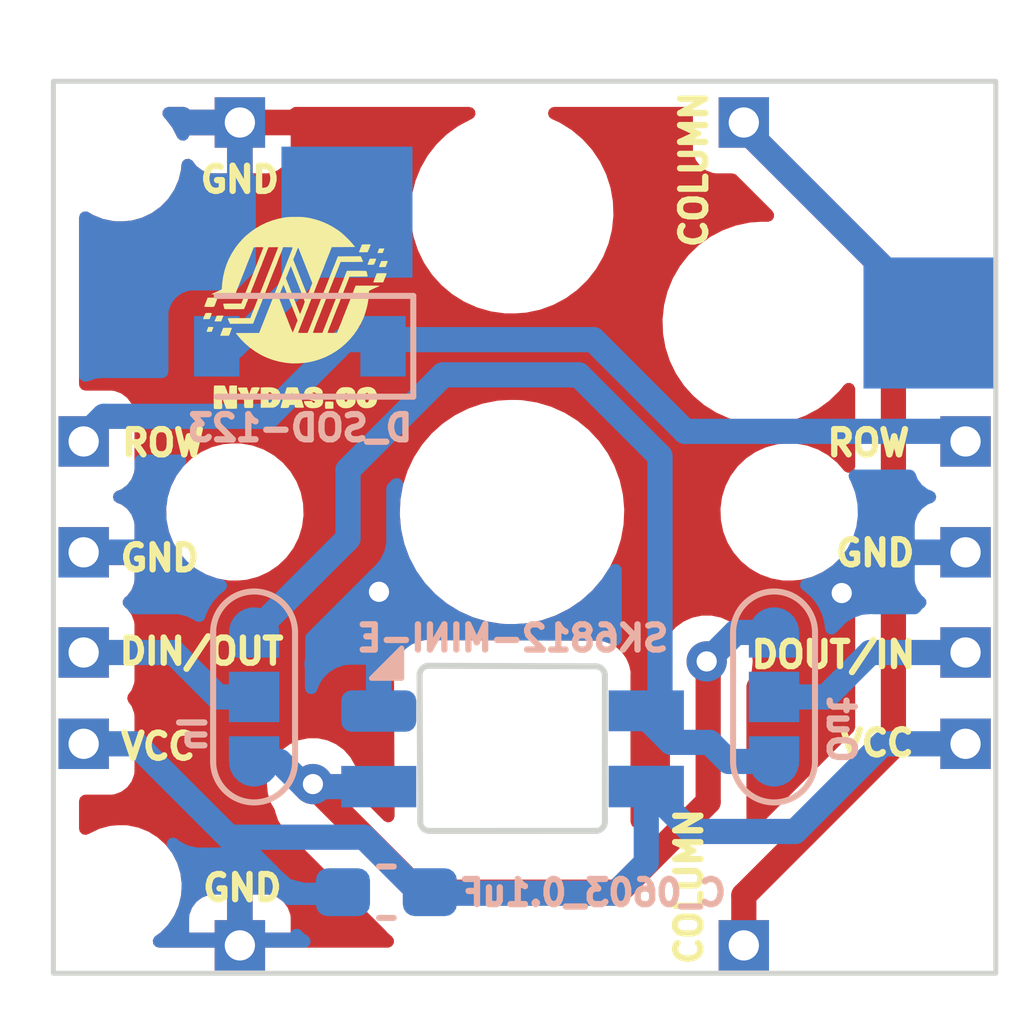
<source format=kicad_pcb>
(kicad_pcb (version 20211014) (generator pcbnew)
  (layers (0 "F.Cu" signal) (31 "B.Cu" signal) (34 "B.Paste" user) (35 "F.Paste" user) (36 "B.SilkS" user "B.Silkscreen") (37 "F.SilkS" user "F.Silkscreen") (38 "B.Mask" user) (39 "F.Mask" user) (44 "Edge.Cuts" user))
  (net 0 "")
  (net 1 "column_1")
  (net 2 "row_1")
  (net 3 "row_2")
  (net 4 "GND")
  (net 5 "VCC")
  (net 6 "DIN")
  (net 7 "DOUT")
  (net 8 "DOUT1")
  (net 9 "DIN1")
  (footprint "" (layer "F.Cu") (at 33.636107 28.149779)
    (fp_text reference "" (at 0 0) (layer "F.SilkS") (effects (font (size 1.27 1.27))))
    (fp_text value "" (at 0 0) (layer "F.SilkS") (effects (font (size 1.27 1.27))))
    (pad "1" thru_hole rect (at 0.763893 0.038068) (size 1 1) (drill 0.6) (layers *.Cu *.Mask) (net 8 "DOUT1"))
  )
  (footprint "Giri-Kailh-Choc-Library:MountingHole_1.2mm_M1" (layer "F.Cu") (at 33.450508 18.422892)
    (fp_text reference "H3" hide)
    (fp_text value "MountingHole" hide)
    (pad "" np_thru_hole circle (at 0 0) (size 1.4 1.4) (drill 1.4) (layers F&B.Cu *.Mask))
  )
  (footprint "Giri-Kailh-Choc-Library:MountingHole_1.2mm_M1" (layer "F.Cu") (at 33.450508 32.824487)
    (fp_text reference "H3" hide)
    (fp_text value "MountingHole" hide)
    (pad "" np_thru_hole circle (at 0 0) (size 1.4 1.4) (drill 1.4) (layers F&B.Cu *.Mask))
  )
  (footprint "" (layer "F.Cu") (at 30.206577 17.675453)
    (fp_text reference "" (at 0 0) (layer "F.SilkS") (effects (font (size 1.27 1.27))))
    (fp_text value "" (at 0 0) (layer "F.SilkS") (effects (font (size 1.27 1.27))))
    (pad "2" thru_hole rect (at -0.206577 -0.004503 90) (size 1 1) (drill 0.6) (layers *.Cu *.Mask) (net 1 "column_1"))
  )
  (footprint "" (layer "F.Cu") (at 17.137431 30)
    (fp_text reference "" (at 0 0) (layer "F.SilkS") (effects (font (size 1.27 1.27))))
    (fp_text value "" (at 0 0) (layer "F.SilkS") (effects (font (size 1.27 1.27))))
    (pad "1" thru_hole rect (at -0.237431 0) (size 1 1) (drill 0.6) (layers *.Cu *.Mask) (net 5 "VCC"))
  )
  (footprint "" (layer "F.Cu") (at 20.065901 17.612363)
    (fp_text reference "" (at 0 0) (layer "F.SilkS") (effects (font (size 1.27 1.27))))
    (fp_text value "" (at 0 0) (layer "F.SilkS") (effects (font (size 1.27 1.27))))
    (pad "1" thru_hole rect (at -0.065901 0.058587) (size 1 1) (drill 0.6) (layers *.Cu *.Mask) (net 4 "GND"))
  )
  (footprint "" (layer "F.Cu") (at 20.065901 33.02)
    (fp_text reference "" (at 0 0) (layer "F.SilkS") (effects (font (size 1.27 1.27))))
    (fp_text value "" (at 0 0) (layer "F.SilkS") (effects (font (size 1.27 1.27))))
    (pad "1" thru_hole rect (at -0.065901 0.98) (size 1 1) (drill 0.6) (layers *.Cu *.Mask) (net 4 "GND"))
  )
  (footprint "" (layer "F.Cu") (at 33.449775 29.946301)
    (fp_text reference "" (at 0 0) (layer "F.SilkS") (effects (font (size 1.27 1.27))))
    (fp_text value "" (at 0 0) (layer "F.SilkS") (effects (font (size 1.27 1.27))))
    (pad "1" thru_hole rect (at 0.950225 0.053699) (size 1 1) (drill 0.6) (layers *.Cu *.Mask) (net 5 "VCC"))
  )
  (footprint "LOGO" (layer "F.Cu") (at 21.089681 21.4544)
    (fp_text reference "G***" hide)
    (fp_text value "LOGO" hide)
  )
  (footprint "" (layer "F.Cu") (at 17.78 26.67)
    (fp_text reference "" (at 0 0) (layer "F.SilkS") (effects (font (size 1.27 1.27))))
    (fp_text value "" (at 0 0) (layer "F.SilkS") (effects (font (size 1.27 1.27))))
    (pad "1" thru_hole rect (at -0.88 -0.47) (size 1 1) (drill 0.6) (layers *.Cu *.Mask) (net 4 "GND"))
  )
  (footprint "" (layer "F.Cu") (at 33.02 26.67)
    (fp_text reference "" (at 0 0) (layer "F.SilkS") (effects (font (size 1.27 1.27))))
    (fp_text value "" (at 0 0) (layer "F.SilkS") (effects (font (size 1.27 1.27))))
    (pad "1" thru_hole rect (at 1.38 -0.47) (size 1 1) (drill 0.6) (layers *.Cu *.Mask) (net 4 "GND"))
  )
  (footprint "Giri-Kailh-Choc-Library:MountingHole_1.2mm_M1" (layer "F.Cu") (at 17.633627 32.824487)
    (fp_text reference "H3" hide)
    (fp_text value "MountingHole" hide)
    (pad "" np_thru_hole circle (at 0 0) (size 1.4 1.4) (drill 1.4) (layers F&B.Cu *.Mask))
  )
  (footprint "" (layer "F.Cu") (at 29.645456 33.365309)
    (fp_text reference "" (at 0 0) (layer "F.SilkS") (effects (font (size 1.27 1.27))))
    (fp_text value "" (at 0 0) (layer "F.SilkS") (effects (font (size 1.27 1.27))))
    (pad "1" thru_hole rect (at 0.354544 0.634691 90) (size 1 1) (drill 0.6) (layers *.Cu *.Mask) (net 1 "column_1"))
  )
  (footprint "" (layer "F.Cu") (at 17.538612 24.217203 -90)
    (fp_text reference "" (at 0 0 90) (layer "F.SilkS") (effects (font (size 1.27 1.27))))
    (fp_text value "" (at 0 0 90) (layer "F.SilkS") (effects (font (size 1.27 1.27))))
    (pad "1" thru_hole rect (at -0.217203 0.638612) (size 1 1) (drill 0.6) (layers *.Cu *.Mask) (net 3 "row_2"))
  )
  (footprint "" (layer "F.Cu") (at 33.575056 24.154031)
    (fp_text reference "" (at 0 0) (layer "F.SilkS") (effects (font (size 1.27 1.27))))
    (fp_text value "" (at 0 0) (layer "F.SilkS") (effects (font (size 1.27 1.27))))
    (pad "1" thru_hole rect (at 0.824944 -0.154031) (size 1 1) (drill 0.6) (layers *.Cu *.Mask) (net 3 "row_2"))
  )
  (footprint "Giri-Kailh-Choc-Library:MountingHole_1.2mm_M1" (layer "F.Cu") (at 17.633627 18.422892)
    (fp_text reference "H3" hide)
    (fp_text value "MountingHole" hide)
    (pad "" np_thru_hole circle (at 0 0) (size 1.4 1.4) (drill 1.4) (layers F&B.Cu *.Mask))
  )
  (footprint "PG1350" (layer "F.Cu") (at 25.4 25.4)
    (fp_text reference "S18" hide)
    (fp_text value "" hide)
    (pad "" np_thru_hole circle (at 5.5 0) (size 1.7018 1.7018) (drill 1.7018) (layers *.Cu *.Mask))
    (pad "" np_thru_hole circle (at -5.5 0) (size 1.7018 1.7018) (drill 1.7018) (layers *.Cu *.Mask))
    (pad "" np_thru_hole circle (at 0 0) (size 3.429 3.429) (drill 3.429) (layers *.Cu *.Mask))
    (pad "" np_thru_hole circle (at 5 -3.75) (size 3 3) (drill 3) (layers *.Cu *.Mask))
    (pad "" np_thru_hole circle (at 0 -5.95) (size 3 3) (drill 3) (layers *.Cu *.Mask))
    (pad "1" smd rect (at -3.275 -5.95) (size 2.6 2.6) (layers "B.Cu" "B.Paste" "B.Mask") (net 2 "row_1"))
    (pad "2" smd rect (at 8.275 -3.75) (size 2.6 2.6) (layers "B.Cu" "B.Paste" "B.Mask") (net 1 "column_1"))
  )
  (footprint "" (layer "F.Cu") (at 17.228624 28.187847)
    (fp_text reference "" (at 0 0) (layer "F.SilkS") (effects (font (size 1.27 1.27))))
    (fp_text value "" (at 0 0) (layer "F.SilkS") (effects (font (size 1.27 1.27))))
    (pad "1" thru_hole rect (at -0.328624 0) (size 1 1) (drill 0.6) (layers *.Cu *.Mask) (net 9 "DIN1"))
  )
  (footprint "amoeba-modules:SolderJumper-5_P1.3mm_Open_RoundedPad1.0x1.5mm" (layer "B.Cu") (at 20.282301 29.070008 -90)
    (fp_text reference "JP2" hide)
    (fp_text value "SolderJumper_5" hide)
    (pad "1" smd custom (at -1.28 0 270) (size 0.5 0.5) (layers "B.Cu" "B.Mask") (net 7 "DOUT") (options (clearance outline) (anchor rect)) (primitives (gr_circle (center 0 0) (end 0.5 0) (width 0) (fill yes)) (gr_poly (pts (xy 0.5 0.5) (xy 0 0.5) (xy 0 -0.5) (xy 0.5 -0.5)) (width 0) (fill yes))))
    (pad "2" smd rect (at 0 0 270) (size 1 1) (layers "B.Cu" "B.Mask") (net 9 "DIN1"))
    (pad "3" smd custom (at 1.28 0 270) (size 0.5 0.5) (layers "B.Cu" "B.Mask") (net 6 "DIN") (options (clearance outline) (anchor rect)) (primitives (gr_circle (center 0 0) (end 0.5 0) (width 0) (fill yes)) (gr_poly (pts (xy -0.5 0.5) (xy 0 0.5) (xy 0 -0.5) (xy -0.5 -0.5)) (width 0) (fill yes))))
  )
  (footprint "Diode_SMD:D_SOD-123" (layer "B.Cu") (at 21.190772 22.111848 180)
    (fp_text reference "D3" hide)
    (fp_text value "D_SOD-123" (at 0 -1.621138) (layer "B.SilkS") (effects (font (size 0.5 0.5)) (justify mirror)))
    (pad "1" smd rect (at -1.65 0 180) (size 0.9 1.2) (layers "B.Cu" "B.Paste" "B.Mask") (net 3 "row_2"))
    (pad "2" smd rect (at 1.65 0 180) (size 0.9 1.2) (layers "B.Cu" "B.Paste" "B.Mask") (net 2 "row_1"))
  )
  (footprint "amoeba-modules:SolderJumper-5_P1.3mm_Open_RoundedPad1.0x1.5mm" (layer "B.Cu") (at 30.599919 29.070008 -90)
    (fp_text reference "JP2" hide)
    (fp_text value "SolderJumper_5" hide)
    (pad "1" smd custom (at -1.28 0 270) (size 0.5 0.5) (layers "B.Cu" "B.Mask") (net 6 "DIN") (options (clearance outline) (anchor rect)) (primitives (gr_circle (center 0 0) (end 0.5 0) (width 0) (fill yes)) (gr_poly (pts (xy 0.5 0.5) (xy 0 0.5) (xy 0 -0.5) (xy 0.5 -0.5)) (width 0) (fill yes))))
    (pad "2" smd rect (at 0 0 270) (size 1 1) (layers "B.Cu" "B.Mask") (net 8 "DOUT1"))
    (pad "3" smd custom (at 1.28 0 270) (size 0.5 0.5) (layers "B.Cu" "B.Mask") (net 7 "DOUT") (options (clearance outline) (anchor rect)) (primitives (gr_circle (center 0 0) (end 0.5 0) (width 0) (fill yes)) (gr_poly (pts (xy -0.5 0.5) (xy 0 0.5) (xy 0 -0.5) (xy -0.5 -0.5)) (width 0) (fill yes))))
  )
  (footprint "SK6812-MINI-E" (layer "B.Cu") (at 25.411377 30.1 180)
    (fp_text reference "REF**" hide)
    (fp_text value "SK6812-MINI-E" (at -0.003062 2.195257 unlocked) (layer "B.SilkS") (effects (font (size 0.5 0.5) (thickness 0.125)) (justify mirror)))
    (fp_line (start 1.656019 -1.628728) (end -1.668123 -1.627684) (layer "Edge.Cuts") (width 0.12))
    (fp_line (start -1.655353 1.637847) (end 1.680508 1.648527) (layer "Edge.Cuts") (width 0.12))
    (fp_line (start -1.83223 -1.451854) (end -1.831183 1.47374) (layer "Edge.Cuts") (width 0.12))
    (fp_line (start 1.844615 1.472697) (end 1.831849 -1.464621) (layer "Edge.Cuts") (width 0.12))
    (fp_arc (start -1.655353 1.637847) (mid -1.773397 1.588075) (end -1.831183 1.47374) (layer "Edge.Cuts") (width 0.12))
    (fp_arc (start -1.83223 -1.451854) (mid -1.782457 -1.569897) (end -1.668123 -1.627684) (layer "Edge.Cuts") (width 0.12))
    (fp_arc (start 1.656019 -1.628728) (mid 1.774062 -1.578955) (end 1.831849 -1.464621) (layer "Edge.Cuts") (width 0.12))
    (fp_arc (start 1.844615 1.472697) (mid 1.794842 1.59074) (end 1.680508 1.648527) (layer "Edge.Cuts") (width 0.12))
    (pad "1" smd rect locked (at -2.653636 -0.747946 180) (size 1.492724 0.824104) (layers "B.Cu" "B.Paste" "B.Mask") (net 5 "VCC"))
    (pad "2" smd rect locked (at -2.653636 0.754505 180) (size 1.492724 0.810988) (layers "B.Cu" "B.Paste" "B.Mask") (net 7 "DOUT"))
    (pad "3" smd roundrect locked (at 2.655484 0.750636 180) (size 1.489015 0.821272) (layers "B.Cu" "B.Paste" "B.Mask") (net 4 "GND"))
    (pad "4" smd rect locked (at 2.655484 -0.749352 180) (size 1.489015 0.821296) (layers "B.Cu" "B.Paste" "B.Mask") (net 6 "DIN"))
  )
  (footprint "Capacitor_SMD:C_0603_1608Metric_Pad1.08x0.95mm_HandSolder" (layer "B.Cu") (at 22.907622 32.944693 180)
    (fp_text reference "REF**" hide)
    (fp_text value "C_0603_0.1uF" (at -4.106873 -0.011909) (layer "B.SilkS") (effects (font (size 0.5 0.5)) (justify mirror)))
    (pad "1" smd roundrect (at -0.8625 0 180) (size 1.075 0.95) (layers "B.Cu" "B.Paste" "B.Mask") (net 5 "VCC"))
    (pad "2" smd roundrect (at 0.8625 0 180) (size 1.075 0.95) (layers "B.Cu" "B.Paste" "B.Mask") (net 4 "GND"))
  )
  (gr_rect (start 16.3 34.553246) (end 35 16.853246) (layer "Edge.Cuts") (width 0.1) (fill none))
  (gr_text "Out" (at 31.928873 29.725621 270) (layer "B.SilkS") (effects (font (size 0.5 0.5) (thickness 0.125)) (justify mirror)))
  (gr_text "In" (at 19.069501 29.802808 90) (layer "B.SilkS") (effects (font (size 0.5 0.5) (thickness 0.125)) (justify mirror)))
  (gr_text "GND" (at 32.604907 26.21432) (layer "F.SilkS") (effects (font (size 0.5 0.5) (thickness 0.125))))
  (gr_text "VCC" (at 32.637991 29.985947) (layer "F.SilkS") (effects (font (size 0.5 0.5) (thickness 0.125))))
  (gr_text "GND" (at 20.048689 32.858677) (layer "F.SilkS") (effects (font (size 0.5 0.5) (thickness 0.125))))
  (gr_text "ROW" (at 18.477848 24.030746) (layer "F.SilkS") (effects (font (size 0.5 0.5) (thickness 0.125))))
  (gr_text "VCC" (at 18.378594 30.052116) (layer "F.SilkS") (effects (font (size 0.5 0.5) (thickness 0.125))))
  (gr_text "ROW" (at 32.472569 24.030746) (layer "F.SilkS") (effects (font (size 0.5 0.5) (thickness 0.125))))
  (gr_text "GND" (at 18.411679 26.313573) (layer "F.SilkS") (effects (font (size 0.5 0.5) (thickness 0.125))))
  (gr_text "COLUMN" (at 29.00999 18.603232 90) (layer "F.SilkS") (effects (font (size 0.5 0.5) (thickness 0.125))))
  (gr_text "DOUT/IN" (at 31.777795 28.232471) (layer "F.SilkS") (effects (font (size 0.5 0.5) (thickness 0.125))))
  (gr_text "COLUMN" (at 28.912394 32.833639 90) (layer "F.SilkS") (effects (font (size 0.5 0.5) (thickness 0.125))))
  (gr_text "GND" (at 19.999732 18.803404) (layer "F.SilkS") (effects (font (size 0.5 0.5) (thickness 0.125))))
  (gr_text "DIN/OUT" (at 19.23879 28.166302) (layer "F.SilkS") (effects (font (size 0.5 0.5) (thickness 0.125))))
  (segment (start 32.968835 30.039616) (end 30 33.008451) (width 0.5) (layer "F.Cu") (net 1))
  (segment (start 30 33.008451) (end 30 34) (width 0.5) (layer "F.Cu") (net 1))
  (segment (start 30.185133 17.971683) (end 32.968835 20.755385) (width 0.5) (layer "F.Cu") (net 1))
  (segment (start 32.968835 20.755385) (end 32.968835 30.039616) (width 0.5) (layer "F.Cu") (net 1))
  (segment (start 30.185133 17.87095) (end 30.185133 17.971683) (width 0.5) (layer "F.Cu") (net 1))
  (segment (start 30 17.786551) (end 33.3 21.086551) (width 0.5) (layer "B.Cu") (net 1))
  (segment (start 33.3 21.086551) (end 33.3 21.59) (width 0.5) (layer "B.Cu") (net 1))
  (segment (start 30 17.67095) (end 30 17.786551) (width 0.5) (layer "B.Cu") (net 1))
  (segment (start 19.886018 22.111848) (end 19.540772 22.111848) (width 0.5) (layer "B.Cu") (net 2))
  (segment (start 22.125 19.872866) (end 19.886018 22.111848) (width 0.5) (layer "B.Cu") (net 2))
  (segment (start 22.125 19.39) (end 22.125 19.872866) (width 0.5) (layer "B.Cu") (net 2))
  (segment (start 34.199155 23.799155) (end 28.83328 23.799155) (width 0.5) (layer "B.Cu") (net 3))
  (segment (start 34.4 24) (end 34.199155 23.799155) (width 0.5) (layer "B.Cu") (net 3))
  (segment (start 28.83328 23.799155) (end 27.013635 21.97951) (width 0.5) (layer "B.Cu") (net 3))
  (segment (start 20.562168 23.501395) (end 17.298605 23.501395) (width 0.5) (layer "B.Cu") (net 3))
  (segment (start 17.298605 23.501395) (end 16.8 24) (width 0.5) (layer "B.Cu") (net 3))
  (segment (start 27.013635 21.97951) (end 22.084053 21.97951) (width 0.5) (layer "B.Cu") (net 3))
  (segment (start 22.084053 21.97951) (end 20.562168 23.501395) (width 0.5) (layer "B.Cu") (net 3))
  (via (at 22.760442 26.983734) (size 0.8) (drill 0.4) (layers "F.Cu" "B.Cu") (net 4))
  (via (at 31.943218 27.008346) (size 0.8) (drill 0.4) (layers "F.Cu" "B.Cu") (net 4))
  (segment (start 17.931321 30) (end 19.784311 31.85299) (width 0.5) (layer "B.Cu") (net 5))
  (segment (start 28.065013 30.847946) (end 28.956489 31.739422) (width 0.5) (layer "B.Cu") (net 5))
  (segment (start 32.756275 30) (end 34.4 30) (width 0.5) (layer "B.Cu") (net 5))
  (segment (start 19.784311 31.85299) (end 22.462512 31.85299) (width 0.5) (layer "B.Cu") (net 5))
  (segment (start 23.574813 32.965291) (end 27.459816 32.965291) (width 0.5) (layer "B.Cu") (net 5))
  (segment (start 28.956489 31.739422) (end 31.016853 31.739422) (width 0.5) (layer "B.Cu") (net 5))
  (segment (start 27.459816 32.965291) (end 28.065013 32.360094) (width 0.5) (layer "B.Cu") (net 5))
  (segment (start 28.065013 32.360094) (end 28.065013 30.847946) (width 0.5) (layer "B.Cu") (net 5))
  (segment (start 16.8 30) (end 17.931321 30) (width 0.5) (layer "B.Cu") (net 5))
  (segment (start 22.462512 31.85299) (end 23.574813 32.965291) (width 0.5) (layer "B.Cu") (net 5))
  (segment (start 31.016853 31.739422) (end 32.756275 30) (width 0.5) (layer "B.Cu") (net 5))
  (segment (start 29.292986 31.152719) (end 29.292986 28.394418) (width 0.5) (layer "F.Cu") (net 6))
  (segment (start 27.501012 32.944693) (end 29.292986 31.152719) (width 0.5) (layer "F.Cu") (net 6))
  (segment (start 21.449622 30.799326) (end 21.449622 30.827552) (width 0.5) (layer "F.Cu") (net 6))
  (segment (start 21.449622 30.827552) (end 23.566763 32.944693) (width 0.5) (layer "F.Cu") (net 6))
  (segment (start 29.292986 28.394418) (end 29.263377 28.364809) (width 0.5) (layer "F.Cu") (net 6))
  (segment (start 23.566763 32.944693) (end 27.501012 32.944693) (width 0.5) (layer "F.Cu") (net 6))
  (via (at 21.449622 30.799326) (size 0.8) (drill 0.4) (layers "F.Cu" "B.Cu") (net 6))
  (via (at 29.263377 28.364809) (size 0.8) (drill 0.4) (layers "F.Cu" "B.Cu") (net 6))
  (segment (start 21.287627 30.849352) (end 22.755893 30.849352) (width 0.5) (layer "B.Cu") (net 6))
  (segment (start 20.282301 30.350008) (end 20.788283 30.350008) (width 0.5) (layer "B.Cu") (net 6))
  (segment (start 29.838178 27.790008) (end 30.599919 27.790008) (width 0.5) (layer "B.Cu") (net 6))
  (segment (start 20.788283 30.350008) (end 21.287627 30.849352) (width 0.5) (layer "B.Cu") (net 6))
  (segment (start 29.263377 28.364809) (end 29.838178 27.790008) (width 0.5) (layer "B.Cu") (net 6))
  (segment (start 20.282301 27.790008) (end 22.145926 25.926383) (width 0.5) (layer "B.Cu") (net 7))
  (segment (start 29.320579 29.971656) (end 29.698931 30.350008) (width 0.5) (layer "B.Cu") (net 7))
  (segment (start 22.145926 24.564393) (end 24.031289 22.67903) (width 0.5) (layer "B.Cu") (net 7))
  (segment (start 26.723884 22.67903) (end 28.337013 24.292159) (width 0.5) (layer "B.Cu") (net 7))
  (segment (start 29.698931 30.350008) (end 30.599919 30.350008) (width 0.5) (layer "B.Cu") (net 7))
  (segment (start 22.145926 25.926383) (end 22.145926 24.564393) (width 0.5) (layer "B.Cu") (net 7))
  (segment (start 28.065013 29.480049) (end 28.55662 29.971656) (width 0.5) (layer "B.Cu") (net 7))
  (segment (start 28.55662 29.971656) (end 29.320579 29.971656) (width 0.5) (layer "B.Cu") (net 7))
  (segment (start 24.031289 22.67903) (end 26.723884 22.67903) (width 0.5) (layer "B.Cu") (net 7))
  (segment (start 28.337013 24.292159) (end 28.337013 29.073495) (width 0.5) (layer "B.Cu") (net 7))
  (segment (start 28.337013 29.073495) (end 28.065013 29.345495) (width 0.5) (layer "B.Cu") (net 7))
  (segment (start 28.065013 29.345495) (end 28.065013 29.480049) (width 0.5) (layer "B.Cu") (net 7))
  (segment (start 31.627642 29.070008) (end 30.599919 29.070008) (width 0.5) (layer "B.Cu") (net 8))
  (segment (start 34.4 28.187847) (end 32.509803 28.187847) (width 0.5) (layer "B.Cu") (net 8))
  (segment (start 32.509803 28.187847) (end 31.627642 29.070008) (width 0.5) (layer "B.Cu") (net 8))
  (segment (start 20.282301 29.070008) (end 19.56614 29.070008) (width 0.5) (layer "B.Cu") (net 9))
  (segment (start 19.56614 29.070008) (end 18.683979 28.187847) (width 0.5) (layer "B.Cu") (net 9))
  (segment (start 18.683979 28.187847) (end 16.8 28.187847) (width 0.5) (layer "B.Cu") (net 9))
  (zone (net 4) (net_name "GND") (layers F&B.Cu) (connect_pads (clearance 0.508)) (min_thickness 0.254) (fill yes (thermal_gap 0.508) (thermal_bridge_width 0.508))
    (polygon (pts (xy 35.56 35.56) (xy 15.24 35.56) (xy 15.24 15.24) (xy 35.56 15.24)))
  )
)
</source>
